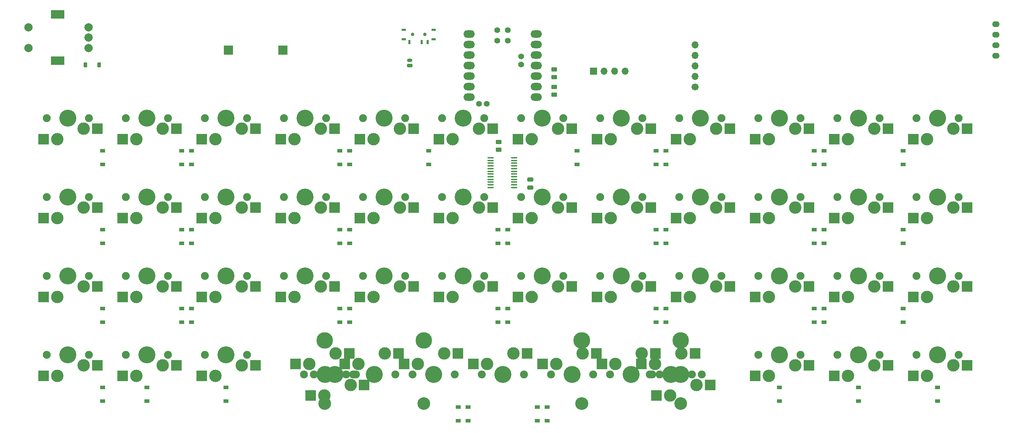
<source format=gbs>
%TF.GenerationSoftware,KiCad,Pcbnew,(7.0.0-0)*%
%TF.CreationDate,2023-03-16T02:49:19-07:00*%
%TF.ProjectId,spc_evdr,7370635f-6576-4647-922e-6b696361645f,rev?*%
%TF.SameCoordinates,Original*%
%TF.FileFunction,Soldermask,Bot*%
%TF.FilePolarity,Negative*%
%FSLAX46Y46*%
G04 Gerber Fmt 4.6, Leading zero omitted, Abs format (unit mm)*
G04 Created by KiCad (PCBNEW (7.0.0-0)) date 2023-03-16 02:49:19*
%MOMM*%
%LPD*%
G01*
G04 APERTURE LIST*
G04 Aperture macros list*
%AMRoundRect*
0 Rectangle with rounded corners*
0 $1 Rounding radius*
0 $2 $3 $4 $5 $6 $7 $8 $9 X,Y pos of 4 corners*
0 Add a 4 corners polygon primitive as box body*
4,1,4,$2,$3,$4,$5,$6,$7,$8,$9,$2,$3,0*
0 Add four circle primitives for the rounded corners*
1,1,$1+$1,$2,$3*
1,1,$1+$1,$4,$5*
1,1,$1+$1,$6,$7*
1,1,$1+$1,$8,$9*
0 Add four rect primitives between the rounded corners*
20,1,$1+$1,$2,$3,$4,$5,0*
20,1,$1+$1,$4,$5,$6,$7,0*
20,1,$1+$1,$6,$7,$8,$9,0*
20,1,$1+$1,$8,$9,$2,$3,0*%
G04 Aperture macros list end*
%ADD10C,2.000000*%
%ADD11R,3.200000X2.000000*%
%ADD12O,1.700000X1.700000*%
%ADD13C,1.700000*%
%ADD14R,2.200000X2.200000*%
%ADD15C,1.900000*%
%ADD16C,3.000000*%
%ADD17C,4.100000*%
%ADD18R,2.550000X2.500000*%
%ADD19O,1.778000X1.397000*%
%ADD20C,3.987800*%
%ADD21C,3.048000*%
%ADD22R,1.700000X1.700000*%
%ADD23R,1.200000X0.900000*%
%ADD24RoundRect,0.200000X0.450000X-0.200000X0.450000X0.200000X-0.450000X0.200000X-0.450000X-0.200000X0*%
%ADD25O,1.300000X0.800000*%
%ADD26RoundRect,0.250000X0.450000X-0.262500X0.450000X0.262500X-0.450000X0.262500X-0.450000X-0.262500X0*%
%ADD27RoundRect,0.250000X-0.450000X0.262500X-0.450000X-0.262500X0.450000X-0.262500X0.450000X0.262500X0*%
%ADD28RoundRect,0.100000X-0.637500X-0.100000X0.637500X-0.100000X0.637500X0.100000X-0.637500X0.100000X0*%
%ADD29RoundRect,0.250000X-0.475000X0.250000X-0.475000X-0.250000X0.475000X-0.250000X0.475000X0.250000X0*%
%ADD30RoundRect,0.225000X0.225000X0.375000X-0.225000X0.375000X-0.225000X-0.375000X0.225000X-0.375000X0*%
%ADD31R,1.100000X0.600000*%
%ADD32R,1.000000X0.600000*%
%ADD33C,0.850000*%
%ADD34R,0.600000X1.000000*%
%ADD35O,2.750000X1.800000*%
%ADD36C,1.397000*%
G04 APERTURE END LIST*
D10*
X45477689Y-49207190D03*
X45477689Y-44207190D03*
X45477689Y-46707190D03*
D11*
X37977688Y-41107189D03*
X37977688Y-52307189D03*
D10*
X30977689Y-44207190D03*
X30977689Y-49207190D03*
D12*
X191599999Y-48419999D03*
X191599999Y-50959999D03*
X191599999Y-53499999D03*
X191599999Y-56039999D03*
D13*
X191600000Y-58580000D03*
D14*
X92299999Y-49699999D03*
X79099999Y-49699999D03*
D15*
X255097689Y-85207190D03*
D16*
X253827689Y-87747190D03*
D17*
X250017689Y-85207190D03*
D16*
X247477689Y-90287190D03*
D15*
X244937689Y-85207190D03*
D18*
X257102688Y-87747189D03*
X244175688Y-90287189D03*
D15*
X123493939Y-128069690D03*
D16*
X124763939Y-125529690D03*
D17*
X128573939Y-128069690D03*
D16*
X131113939Y-122989690D03*
D15*
X133653939Y-128069690D03*
D18*
X121488938Y-125529689D03*
X134415938Y-122989689D03*
D15*
X64597689Y-66157190D03*
D16*
X63327689Y-68697190D03*
D17*
X59517689Y-66157190D03*
D16*
X56977689Y-71237190D03*
D15*
X54437689Y-66157190D03*
D18*
X66602688Y-68697189D03*
X53675688Y-71237189D03*
D15*
X159847689Y-66157190D03*
D16*
X158577689Y-68697190D03*
D17*
X154767689Y-66157190D03*
D16*
X152227689Y-71237190D03*
D15*
X149687689Y-66157190D03*
D18*
X161852688Y-68697189D03*
X148925688Y-71237189D03*
D15*
X64597689Y-104257190D03*
D16*
X63327689Y-106797190D03*
D17*
X59517689Y-104257190D03*
D16*
X56977689Y-109337190D03*
D15*
X54437689Y-104257190D03*
D18*
X66602688Y-106797189D03*
X53675688Y-109337189D03*
D15*
X159847689Y-104257190D03*
D16*
X158577689Y-106797190D03*
D17*
X154767689Y-104257190D03*
D16*
X152227689Y-109337190D03*
D15*
X149687689Y-104257190D03*
D18*
X161852688Y-106797189D03*
X148925688Y-109337189D03*
D15*
X178897689Y-85207190D03*
D16*
X177627689Y-87747190D03*
D17*
X173817689Y-85207190D03*
D16*
X171277689Y-90287190D03*
D15*
X168737689Y-85207190D03*
D18*
X180902688Y-87747189D03*
X167975688Y-90287189D03*
D15*
X102697689Y-66157190D03*
D16*
X101427689Y-68697190D03*
D17*
X97617689Y-66157190D03*
D16*
X95077689Y-71237190D03*
D15*
X92537689Y-66157190D03*
D18*
X104702688Y-68697189D03*
X91775688Y-71237189D03*
D15*
X45547689Y-85207190D03*
D16*
X44277689Y-87747190D03*
D17*
X40467689Y-85207190D03*
D16*
X37927689Y-90287190D03*
D15*
X35387689Y-85207190D03*
D18*
X47552688Y-87747189D03*
X34625688Y-90287189D03*
D15*
X216997689Y-66157190D03*
D16*
X215727689Y-68697190D03*
D17*
X211917689Y-66157190D03*
D16*
X209377689Y-71237190D03*
D15*
X206837689Y-66157190D03*
D18*
X219002688Y-68697189D03*
X206075688Y-71237189D03*
D19*
X264067688Y-51067189D03*
X264067688Y-48527189D03*
X264067688Y-45987189D03*
X264067688Y-43447189D03*
D15*
X45547689Y-66157190D03*
D16*
X44277689Y-68697190D03*
D17*
X40467689Y-66157190D03*
D16*
X37927689Y-71237190D03*
D15*
X35387689Y-66157190D03*
D18*
X47552688Y-68697189D03*
X34625688Y-71237189D03*
D15*
X255097689Y-66157190D03*
D16*
X253827689Y-68697190D03*
D17*
X250017689Y-66157190D03*
D16*
X247477689Y-71237190D03*
D15*
X244937689Y-66157190D03*
D18*
X257102688Y-68697189D03*
X244175688Y-71237189D03*
D15*
X83647689Y-66157190D03*
D16*
X82377689Y-68697190D03*
D17*
X78567689Y-66157190D03*
D16*
X76027689Y-71237190D03*
D15*
X73487689Y-66157190D03*
D18*
X85652688Y-68697189D03*
X72725688Y-71237189D03*
D15*
X102697689Y-104257190D03*
D16*
X101427689Y-106797190D03*
D17*
X97617689Y-104257190D03*
D16*
X95077689Y-109337190D03*
D15*
X92537689Y-104257190D03*
D18*
X104702688Y-106797189D03*
X91775688Y-109337189D03*
D20*
X126192689Y-119814690D03*
D21*
X126192689Y-135054690D03*
D15*
X140162689Y-128069690D03*
D16*
X141432689Y-125529690D03*
D17*
X145242689Y-128069690D03*
D16*
X147782689Y-122989690D03*
D15*
X150322689Y-128069690D03*
D20*
X164292689Y-119814690D03*
D21*
X164292689Y-135054690D03*
D18*
X138157688Y-125529689D03*
X151084688Y-122989689D03*
D15*
X64597689Y-123307190D03*
D16*
X63327689Y-125847190D03*
D17*
X59517689Y-123307190D03*
D16*
X56977689Y-128387190D03*
D15*
X54437689Y-123307190D03*
D18*
X66602688Y-125847189D03*
X53675688Y-128387189D03*
D15*
X236047689Y-123307190D03*
D16*
X234777689Y-125847190D03*
D17*
X230967689Y-123307190D03*
D16*
X228427689Y-128387190D03*
D15*
X225887689Y-123307190D03*
D18*
X238052688Y-125847189D03*
X225125688Y-128387189D03*
D15*
X121747689Y-85207190D03*
D16*
X120477689Y-87747190D03*
D17*
X116667689Y-85207190D03*
D16*
X114127689Y-90287190D03*
D15*
X111587689Y-85207190D03*
D18*
X123752688Y-87747189D03*
X110825688Y-90287189D03*
D15*
X140797689Y-104257190D03*
D16*
X139527689Y-106797190D03*
D17*
X135717689Y-104257190D03*
D16*
X133177689Y-109337190D03*
D15*
X130637689Y-104257190D03*
D18*
X142802688Y-106797189D03*
X129875688Y-109337189D03*
D15*
X121747689Y-104257190D03*
D16*
X120477689Y-106797190D03*
D17*
X116667689Y-104257190D03*
D16*
X114127689Y-109337190D03*
D15*
X111587689Y-104257190D03*
D18*
X123752688Y-106797189D03*
X110825688Y-109337189D03*
D15*
X216997689Y-85207190D03*
D16*
X215727689Y-87747190D03*
D17*
X211917689Y-85207190D03*
D16*
X209377689Y-90287190D03*
D15*
X206837689Y-85207190D03*
D18*
X219002688Y-87747189D03*
X206075688Y-90287189D03*
D15*
X197947689Y-66157190D03*
D16*
X196677689Y-68697190D03*
D17*
X192867689Y-66157190D03*
D16*
X190327689Y-71237190D03*
D15*
X187787689Y-66157190D03*
D18*
X199952688Y-68697189D03*
X187025688Y-71237189D03*
D20*
X164260939Y-119814690D03*
D21*
X164260939Y-135054690D03*
D15*
X171118939Y-128069690D03*
D16*
X172388939Y-125529690D03*
D17*
X176198939Y-128069690D03*
D16*
X178738939Y-122989690D03*
D15*
X181278939Y-128069690D03*
D20*
X188136939Y-119814690D03*
D21*
X188136939Y-135054690D03*
D18*
X169113938Y-125529689D03*
X182040938Y-122989689D03*
D15*
X180643939Y-128069690D03*
D16*
X181913939Y-125529690D03*
D17*
X185723939Y-128069690D03*
D16*
X188263939Y-122989690D03*
D15*
X190803939Y-128069690D03*
D18*
X178638938Y-125529689D03*
X191565938Y-122989689D03*
D15*
X45547689Y-123307190D03*
D16*
X44277689Y-125847190D03*
D17*
X40467689Y-123307190D03*
D16*
X37927689Y-128387190D03*
D15*
X35387689Y-123307190D03*
D18*
X47552688Y-125847189D03*
X34625688Y-128387189D03*
D20*
X102348439Y-119814690D03*
D21*
X102348439Y-135054690D03*
D15*
X109206439Y-128069690D03*
D16*
X110476439Y-125529690D03*
D17*
X114286439Y-128069690D03*
D16*
X116826439Y-122989690D03*
D15*
X119366439Y-128069690D03*
D20*
X126224439Y-119814690D03*
D21*
X126224439Y-135054690D03*
D18*
X107201438Y-125529689D03*
X120128438Y-122989689D03*
D15*
X197947689Y-104257190D03*
D16*
X196677689Y-106797190D03*
D17*
X192867689Y-104257190D03*
D16*
X190327689Y-109337190D03*
D15*
X187787689Y-104257190D03*
D18*
X199952688Y-106797189D03*
X187025688Y-109337189D03*
D15*
X216997689Y-104257190D03*
D16*
X215727689Y-106797190D03*
D17*
X211917689Y-104257190D03*
D16*
X209377689Y-109337190D03*
D15*
X206837689Y-104257190D03*
D18*
X219002688Y-106797189D03*
X206075688Y-109337189D03*
D15*
X236047689Y-66157190D03*
D16*
X234777689Y-68697190D03*
D17*
X230967689Y-66157190D03*
D16*
X228427689Y-71237190D03*
D15*
X225887689Y-66157190D03*
D18*
X238052688Y-68697189D03*
X225125688Y-71237189D03*
D15*
X178897689Y-104257190D03*
D16*
X177627689Y-106797190D03*
D17*
X173817689Y-104257190D03*
D16*
X171277689Y-109337190D03*
D15*
X168737689Y-104257190D03*
D18*
X180902688Y-106797189D03*
X167975688Y-109337189D03*
D15*
X236047689Y-85207190D03*
D16*
X234777689Y-87747190D03*
D17*
X230967689Y-85207190D03*
D16*
X228427689Y-90287190D03*
D15*
X225887689Y-85207190D03*
D18*
X238052688Y-87747189D03*
X225125688Y-90287189D03*
D15*
X193185189Y-128069690D03*
D16*
X191915189Y-130609690D03*
D17*
X188105189Y-128069690D03*
D16*
X185565189Y-133149690D03*
D15*
X183025189Y-128069690D03*
D18*
X195190188Y-130609689D03*
X182263188Y-133149689D03*
D15*
X236047689Y-104257190D03*
D16*
X234777689Y-106797190D03*
D17*
X230967689Y-104257190D03*
D16*
X228427689Y-109337190D03*
D15*
X225887689Y-104257190D03*
D18*
X238052688Y-106797189D03*
X225125688Y-109337189D03*
D15*
X121747689Y-66157190D03*
D16*
X120477689Y-68697190D03*
D17*
X116667689Y-66157190D03*
D16*
X114127689Y-71237190D03*
D15*
X111587689Y-66157190D03*
D18*
X123752688Y-68697189D03*
X110825688Y-71237189D03*
D15*
X156831439Y-128069690D03*
D16*
X158101439Y-125529690D03*
D17*
X161911439Y-128069690D03*
D16*
X164451439Y-122989690D03*
D15*
X166991439Y-128069690D03*
D18*
X154826438Y-125529689D03*
X167753438Y-122989689D03*
D15*
X64597689Y-85207190D03*
D16*
X63327689Y-87747190D03*
D17*
X59517689Y-85207190D03*
D16*
X56977689Y-90287190D03*
D15*
X54437689Y-85207190D03*
D18*
X66602688Y-87747189D03*
X53675688Y-90287189D03*
D15*
X216997689Y-123307190D03*
D16*
X215727689Y-125847190D03*
D17*
X211917689Y-123307190D03*
D16*
X209377689Y-128387190D03*
D15*
X206837689Y-123307190D03*
D18*
X219002688Y-125847189D03*
X206075688Y-128387189D03*
D15*
X83647689Y-104257190D03*
D16*
X82377689Y-106797190D03*
D17*
X78567689Y-104257190D03*
D16*
X76027689Y-109337190D03*
D15*
X73487689Y-104257190D03*
D18*
X85652688Y-106797189D03*
X72725688Y-109337189D03*
D15*
X97300189Y-128069690D03*
D16*
X98570189Y-125529690D03*
D17*
X102380189Y-128069690D03*
D16*
X104920189Y-122989690D03*
D15*
X107460189Y-128069690D03*
D18*
X95295188Y-125529689D03*
X108222188Y-122989689D03*
D15*
X197947689Y-85207190D03*
D16*
X196677689Y-87747190D03*
D17*
X192867689Y-85207190D03*
D16*
X190327689Y-90287190D03*
D15*
X187787689Y-85207190D03*
D18*
X199952688Y-87747189D03*
X187025688Y-90287189D03*
D15*
X159847689Y-85207190D03*
D16*
X158577689Y-87747190D03*
D17*
X154767689Y-85207190D03*
D16*
X152227689Y-90287190D03*
D15*
X149687689Y-85207190D03*
D18*
X161852688Y-87747189D03*
X148925688Y-90287189D03*
D15*
X140797689Y-66157190D03*
D16*
X139527689Y-68697190D03*
D17*
X135717689Y-66157190D03*
D16*
X133177689Y-71237190D03*
D15*
X130637689Y-66157190D03*
D18*
X142802688Y-68697189D03*
X129875688Y-71237189D03*
D15*
X178897689Y-66157190D03*
D16*
X177627689Y-68697190D03*
D17*
X173817689Y-66157190D03*
D16*
X171277689Y-71237190D03*
D15*
X168737689Y-66157190D03*
D18*
X180902688Y-68697189D03*
X167975688Y-71237189D03*
D22*
X167067688Y-54807189D03*
D12*
X169607688Y-54807189D03*
X172147688Y-54807189D03*
X174687688Y-54807189D03*
D15*
X83647689Y-123307190D03*
D16*
X82377689Y-125847190D03*
D17*
X78567689Y-123307190D03*
D16*
X76027689Y-128387190D03*
D15*
X73487689Y-123307190D03*
D18*
X85652688Y-125847189D03*
X72725688Y-128387189D03*
D15*
X102697689Y-85207190D03*
D16*
X101427689Y-87747190D03*
D17*
X97617689Y-85207190D03*
D16*
X95077689Y-90287190D03*
D15*
X92537689Y-85207190D03*
D18*
X104702688Y-87747189D03*
X91775688Y-90287189D03*
D15*
X109841439Y-128069690D03*
D16*
X108571439Y-130609690D03*
D17*
X104761439Y-128069690D03*
D16*
X102221439Y-133149690D03*
D15*
X99681439Y-128069690D03*
D18*
X111846438Y-130609689D03*
X98919438Y-133149689D03*
D15*
X140797689Y-85207190D03*
D16*
X139527689Y-87747190D03*
D17*
X135717689Y-85207190D03*
D16*
X133177689Y-90287190D03*
D15*
X130637689Y-85207190D03*
D18*
X142802688Y-87747189D03*
X129875688Y-90287189D03*
D15*
X255097689Y-123307190D03*
D16*
X253827689Y-125847190D03*
D17*
X250017689Y-123307190D03*
D16*
X247477689Y-128387190D03*
D15*
X244937689Y-123307190D03*
D18*
X257102688Y-125847189D03*
X244175688Y-128387189D03*
D15*
X255097689Y-104257190D03*
D16*
X253827689Y-106797190D03*
D17*
X250017689Y-104257190D03*
D16*
X247477689Y-109337190D03*
D15*
X244937689Y-104257190D03*
D18*
X257102688Y-106797189D03*
X244175688Y-109337189D03*
D15*
X45547689Y-104257190D03*
D16*
X44277689Y-106797190D03*
D17*
X40467689Y-104257190D03*
D16*
X37927689Y-109337190D03*
D15*
X35387689Y-104257190D03*
D18*
X47552688Y-106797189D03*
X34625688Y-109337189D03*
D15*
X83647689Y-85207190D03*
D16*
X82377689Y-87747190D03*
D17*
X78567689Y-85207190D03*
D16*
X76027689Y-90287190D03*
D15*
X73487689Y-85207190D03*
D18*
X85652688Y-87747189D03*
X72725688Y-90287189D03*
D23*
X241683313Y-77332189D03*
X241683313Y-74032189D03*
X134527063Y-139244689D03*
X134527063Y-135944689D03*
X184533313Y-77332189D03*
X184533313Y-74032189D03*
D24*
X122817689Y-53432190D03*
D25*
X122817688Y-52182189D03*
D23*
X108333313Y-77332189D03*
X108333313Y-74032189D03*
D26*
X157617689Y-60469690D03*
X157617689Y-58644690D03*
D23*
X144052063Y-115432189D03*
X144052063Y-112132189D03*
X48802063Y-96382189D03*
X48802063Y-93082189D03*
X182152063Y-96382189D03*
X182152063Y-93082189D03*
X108333313Y-115432189D03*
X108333313Y-112132189D03*
X67852063Y-77332189D03*
X67852063Y-74032189D03*
X105952063Y-115432189D03*
X105952063Y-112132189D03*
D27*
X144267689Y-71944690D03*
X144267689Y-73769690D03*
D23*
X127383313Y-77332189D03*
X127383313Y-74032189D03*
X220252063Y-115432189D03*
X220252063Y-112132189D03*
D28*
X142255189Y-82882190D03*
X142255189Y-82232190D03*
X142255189Y-81582190D03*
X142255189Y-80932190D03*
X142255189Y-80282190D03*
X142255189Y-79632190D03*
X142255189Y-78982190D03*
X142255189Y-78332190D03*
X142255189Y-77682190D03*
X142255189Y-77032190D03*
X142255189Y-76382190D03*
X142255189Y-75732190D03*
X147980189Y-75732190D03*
X147980189Y-76382190D03*
X147980189Y-77032190D03*
X147980189Y-77682190D03*
X147980189Y-78332190D03*
X147980189Y-78982190D03*
X147980189Y-79632190D03*
X147980189Y-80282190D03*
X147980189Y-80932190D03*
X147980189Y-81582190D03*
X147980189Y-82232190D03*
X147980189Y-82882190D03*
D23*
X136908313Y-139244689D03*
X136908313Y-135944689D03*
X48802063Y-134482189D03*
X48802063Y-131182189D03*
D27*
X157617689Y-54394690D03*
X157617689Y-56219690D03*
D23*
X222633313Y-96382189D03*
X222633313Y-93082189D03*
X184533313Y-115432189D03*
X184533313Y-112132189D03*
X184533313Y-96382189D03*
X184533313Y-93082189D03*
X70233313Y-77332189D03*
X70233313Y-74032189D03*
X182152063Y-77332189D03*
X182152063Y-74032189D03*
X222633313Y-115432189D03*
X222633313Y-112132189D03*
X108333313Y-96382189D03*
X108333313Y-93082189D03*
X67852063Y-115432189D03*
X67852063Y-112132189D03*
X211917688Y-134482189D03*
X211917688Y-131182189D03*
X70233313Y-115432189D03*
X70233313Y-112132189D03*
D29*
X151867689Y-81007190D03*
X151867689Y-82907190D03*
D23*
X250017688Y-134482189D03*
X250017688Y-131182189D03*
D30*
X48000000Y-53307190D03*
X44700000Y-53307190D03*
D23*
X220252063Y-77332189D03*
X220252063Y-74032189D03*
D31*
X128567688Y-44801689D03*
D32*
X121367688Y-44801689D03*
D33*
X126467689Y-45944690D03*
X123467689Y-45944690D03*
D32*
X128567688Y-47087689D03*
D31*
X121367688Y-47087689D03*
D34*
X122767688Y-47794689D03*
X125667688Y-47794689D03*
X127167688Y-47794689D03*
D23*
X105952063Y-96382189D03*
X105952063Y-93082189D03*
X67852063Y-96382189D03*
X67852063Y-93082189D03*
X70233313Y-96382189D03*
X70233313Y-93082189D03*
X241683313Y-115432189D03*
X241683313Y-112132189D03*
X153577063Y-139244689D03*
X153577063Y-135944689D03*
X48802063Y-77332189D03*
X48802063Y-74032189D03*
X78567688Y-134482189D03*
X78567688Y-131182189D03*
X144052063Y-96382189D03*
X144052063Y-93082189D03*
X220252063Y-96382189D03*
X220252063Y-93082189D03*
X182152063Y-115432189D03*
X182152063Y-112132189D03*
X59517688Y-134482189D03*
X59517688Y-131182189D03*
X222633313Y-77332189D03*
X222633313Y-74032189D03*
X48802063Y-115432189D03*
X48802063Y-112132189D03*
X155958313Y-139244689D03*
X155958313Y-135944689D03*
X241683313Y-96382189D03*
X241683313Y-93082189D03*
X105952063Y-77332189D03*
X105952063Y-74032189D03*
X146433313Y-115432189D03*
X146433313Y-112132189D03*
D35*
X153312648Y-45862189D03*
X153312648Y-48402189D03*
X153312648Y-50942189D03*
X153312648Y-53482189D03*
X153312648Y-56022189D03*
X153312648Y-58562189D03*
X153312648Y-61102189D03*
X137122728Y-61102189D03*
X137122728Y-58562189D03*
X137122728Y-56022189D03*
X137122728Y-53482189D03*
X137122728Y-50942189D03*
X137122728Y-48402189D03*
X137122728Y-45862189D03*
D36*
X146487689Y-44910190D03*
X143947689Y-44910190D03*
X146487689Y-47450190D03*
X143947689Y-47450190D03*
X149662689Y-53165190D03*
X149662689Y-51260190D03*
X141407689Y-62690190D03*
X139502689Y-62690190D03*
D23*
X163102063Y-77332189D03*
X163102063Y-74032189D03*
X230967688Y-134482189D03*
X230967688Y-131182189D03*
X146433313Y-96382189D03*
X146433313Y-93082189D03*
M02*

</source>
